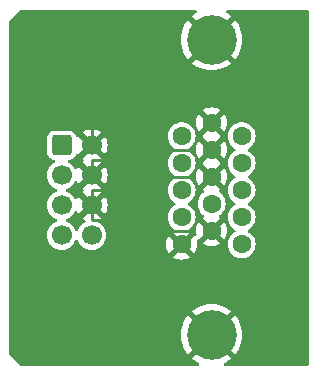
<source format=gbr>
%TF.GenerationSoftware,KiCad,Pcbnew,7.0.6*%
%TF.CreationDate,2023-09-09T11:26:50-04:00*%
%TF.ProjectId,AppleVGA-Connector,4170706c-6556-4474-912d-436f6e6e6563,A*%
%TF.SameCoordinates,Original*%
%TF.FileFunction,Copper,L2,Bot*%
%TF.FilePolarity,Positive*%
%FSLAX46Y46*%
G04 Gerber Fmt 4.6, Leading zero omitted, Abs format (unit mm)*
G04 Created by KiCad (PCBNEW 7.0.6) date 2023-09-09 11:26:50*
%MOMM*%
%LPD*%
G01*
G04 APERTURE LIST*
G04 Aperture macros list*
%AMRoundRect*
0 Rectangle with rounded corners*
0 $1 Rounding radius*
0 $2 $3 $4 $5 $6 $7 $8 $9 X,Y pos of 4 corners*
0 Add a 4 corners polygon primitive as box body*
4,1,4,$2,$3,$4,$5,$6,$7,$8,$9,$2,$3,0*
0 Add four circle primitives for the rounded corners*
1,1,$1+$1,$2,$3*
1,1,$1+$1,$4,$5*
1,1,$1+$1,$6,$7*
1,1,$1+$1,$8,$9*
0 Add four rect primitives between the rounded corners*
20,1,$1+$1,$2,$3,$4,$5,0*
20,1,$1+$1,$4,$5,$6,$7,0*
20,1,$1+$1,$6,$7,$8,$9,0*
20,1,$1+$1,$8,$9,$2,$3,0*%
G04 Aperture macros list end*
%TA.AperFunction,ComponentPad*%
%ADD10C,4.200000*%
%TD*%
%TA.AperFunction,ComponentPad*%
%ADD11C,1.600000*%
%TD*%
%TA.AperFunction,ComponentPad*%
%ADD12RoundRect,0.250000X-0.600000X-0.600000X0.600000X-0.600000X0.600000X0.600000X-0.600000X0.600000X0*%
%TD*%
%TA.AperFunction,ComponentPad*%
%ADD13C,1.700000*%
%TD*%
%TA.AperFunction,Conductor*%
%ADD14C,0.254000*%
%TD*%
G04 APERTURE END LIST*
D10*
%TO.P,J2,0*%
%TO.N,/GND*%
X144780000Y-116386000D03*
X144780000Y-91386000D03*
D11*
%TO.P,J2,1*%
%TO.N,R*%
X142240000Y-99568000D03*
%TO.P,J2,2*%
%TO.N,G*%
X142240000Y-101854000D03*
%TO.P,J2,3*%
%TO.N,B*%
X142240000Y-104140000D03*
%TO.P,J2,4*%
%TO.N,unconnected-(J2-Pad4)*%
X142240000Y-106426000D03*
%TO.P,J2,5*%
%TO.N,/GND*%
X142240000Y-108712000D03*
%TO.P,J2,6*%
X144780000Y-98425000D03*
%TO.P,J2,7*%
X144780000Y-100711000D03*
%TO.P,J2,8*%
X144780000Y-102997000D03*
%TO.P,J2,9*%
%TO.N,unconnected-(J2-Pad9)*%
X144780000Y-105283000D03*
%TO.P,J2,10*%
%TO.N,/GND*%
X144780000Y-107569000D03*
%TO.P,J2,11*%
%TO.N,unconnected-(J2-Pad11)*%
X147320000Y-99568000D03*
%TO.P,J2,12*%
%TO.N,unconnected-(J2-Pad12)*%
X147320000Y-101854000D03*
%TO.P,J2,13*%
%TO.N,HSYNC*%
X147320000Y-104140000D03*
%TO.P,J2,14*%
%TO.N,VSYNC*%
X147320000Y-106426000D03*
%TO.P,J2,15*%
%TO.N,unconnected-(J2-Pad15)*%
X147320000Y-108712000D03*
%TD*%
D12*
%TO.P,J1,1,Pin_1*%
%TO.N,R*%
X132080000Y-100330000D03*
D13*
%TO.P,J1,2,Pin_2*%
%TO.N,/GND*%
X134620000Y-100330000D03*
%TO.P,J1,3,Pin_3*%
%TO.N,G*%
X132080000Y-102870000D03*
%TO.P,J1,4,Pin_4*%
%TO.N,/GND*%
X134620000Y-102870000D03*
%TO.P,J1,5,Pin_5*%
%TO.N,B*%
X132080000Y-105410000D03*
%TO.P,J1,6,Pin_6*%
%TO.N,/GND*%
X134620000Y-105410000D03*
%TO.P,J1,7,Pin_7*%
%TO.N,HSYNC*%
X132080000Y-107950000D03*
%TO.P,J1,8,Pin_8*%
%TO.N,VSYNC*%
X134620000Y-107950000D03*
%TD*%
D14*
%TO.N,/GND*%
X143281400Y-100711000D02*
X141227200Y-100711000D01*
X140185800Y-104140000D02*
X141328800Y-102997000D01*
X141328800Y-102997000D02*
X143256000Y-102997000D01*
X134620000Y-105410000D02*
X134620000Y-106680000D01*
X141122500Y-100815700D02*
X141119300Y-100815700D01*
X141274800Y-107569000D02*
X143256000Y-107569000D01*
X140335000Y-99568000D02*
X138303000Y-99568000D01*
X137160000Y-98425000D02*
X135128000Y-98425000D01*
X142367000Y-97536000D02*
X140335000Y-99568000D01*
X143891000Y-97536000D02*
X142367000Y-97536000D01*
X140385800Y-106680000D02*
X141274800Y-107569000D01*
X134620000Y-98933000D02*
X134620000Y-100330000D01*
X141119300Y-100815700D02*
X140081000Y-101854000D01*
X134620000Y-104140000D02*
X140185800Y-104140000D01*
X137668000Y-101854000D02*
X137414000Y-101600000D01*
X134620000Y-101600000D02*
X134620000Y-102870000D01*
X135128000Y-98425000D02*
X134620000Y-98933000D01*
X138303000Y-99568000D02*
X137160000Y-98425000D01*
X134620000Y-105410000D02*
X134620000Y-104140000D01*
X144780000Y-98425000D02*
X143891000Y-97536000D01*
X137414000Y-101600000D02*
X134620000Y-101600000D01*
X141227200Y-100711000D02*
X141122500Y-100815700D01*
X140081000Y-101854000D02*
X137668000Y-101854000D01*
X134620000Y-106680000D02*
X140385800Y-106680000D01*
%TD*%
%TA.AperFunction,Conductor*%
%TO.N,/GND*%
G36*
X134160507Y-105619844D02*
G01*
X134238239Y-105740798D01*
X134346900Y-105834952D01*
X134477685Y-105894680D01*
X134487466Y-105896086D01*
X133858625Y-106524925D01*
X133942421Y-106583599D01*
X134048345Y-106632993D01*
X134100784Y-106679165D01*
X134119936Y-106746359D01*
X134099720Y-106813240D01*
X134048345Y-106857757D01*
X134001898Y-106879415D01*
X134001896Y-106879416D01*
X133825387Y-107003009D01*
X133825381Y-107003014D01*
X133673014Y-107155381D01*
X133673009Y-107155387D01*
X133549416Y-107331896D01*
X133549415Y-107331898D01*
X133462381Y-107518542D01*
X133416208Y-107570981D01*
X133349015Y-107590133D01*
X133282134Y-107569917D01*
X133237617Y-107518541D01*
X133236245Y-107515599D01*
X133150584Y-107331898D01*
X133104730Y-107266412D01*
X133026990Y-107155387D01*
X133026985Y-107155381D01*
X132874618Y-107003014D01*
X132874612Y-107003009D01*
X132698103Y-106879416D01*
X132698101Y-106879415D01*
X132511457Y-106792381D01*
X132459018Y-106746208D01*
X132439866Y-106679015D01*
X132460082Y-106612134D01*
X132511455Y-106567619D01*
X132698102Y-106480584D01*
X132874617Y-106356987D01*
X133026987Y-106204617D01*
X133150584Y-106028102D01*
X133172242Y-105981655D01*
X133218412Y-105929216D01*
X133285605Y-105910063D01*
X133352487Y-105930277D01*
X133397006Y-105981654D01*
X133446400Y-106087578D01*
X133446402Y-106087583D01*
X133505072Y-106171373D01*
X133505073Y-106171373D01*
X134136923Y-105539523D01*
X134160507Y-105619844D01*
G37*
%TD.AperFunction*%
%TA.AperFunction,Conductor*%
G36*
X134160507Y-103079844D02*
G01*
X134238239Y-103200798D01*
X134346900Y-103294952D01*
X134477685Y-103354680D01*
X134487466Y-103356086D01*
X133858625Y-103984925D01*
X133935031Y-104038425D01*
X133978655Y-104093002D01*
X133985848Y-104162501D01*
X133954326Y-104224855D01*
X133935029Y-104241576D01*
X133858625Y-104295072D01*
X134487466Y-104923913D01*
X134477685Y-104925320D01*
X134346900Y-104985048D01*
X134238239Y-105079202D01*
X134160507Y-105200156D01*
X134136923Y-105280476D01*
X133505072Y-104648625D01*
X133446401Y-104732419D01*
X133397007Y-104838345D01*
X133350834Y-104890784D01*
X133283641Y-104909936D01*
X133216760Y-104889720D01*
X133172243Y-104838345D01*
X133150584Y-104791898D01*
X133150583Y-104791896D01*
X133026990Y-104615387D01*
X133026985Y-104615381D01*
X132874618Y-104463014D01*
X132874612Y-104463009D01*
X132698103Y-104339416D01*
X132698101Y-104339415D01*
X132593545Y-104290660D01*
X132511455Y-104252381D01*
X132459018Y-104206210D01*
X132439866Y-104139016D01*
X132460082Y-104072135D01*
X132511455Y-104027618D01*
X132698102Y-103940584D01*
X132874617Y-103816987D01*
X133026987Y-103664617D01*
X133150584Y-103488102D01*
X133172242Y-103441655D01*
X133218412Y-103389216D01*
X133285605Y-103370063D01*
X133352487Y-103390277D01*
X133397006Y-103441654D01*
X133446400Y-103547578D01*
X133446402Y-103547583D01*
X133505072Y-103631373D01*
X133505073Y-103631373D01*
X134136923Y-102999523D01*
X134160507Y-103079844D01*
G37*
%TD.AperFunction*%
%TA.AperFunction,Conductor*%
G36*
X134160507Y-100539844D02*
G01*
X134238239Y-100660798D01*
X134346900Y-100754952D01*
X134477685Y-100814680D01*
X134487466Y-100816086D01*
X133858625Y-101444925D01*
X133935031Y-101498425D01*
X133978655Y-101553002D01*
X133985848Y-101622501D01*
X133954326Y-101684855D01*
X133935029Y-101701576D01*
X133858625Y-101755072D01*
X134487466Y-102383913D01*
X134477685Y-102385320D01*
X134346900Y-102445048D01*
X134238239Y-102539202D01*
X134160507Y-102660156D01*
X134136923Y-102740476D01*
X133505072Y-102108625D01*
X133446401Y-102192419D01*
X133397007Y-102298345D01*
X133350834Y-102350784D01*
X133283641Y-102369936D01*
X133216760Y-102349720D01*
X133172243Y-102298345D01*
X133150584Y-102251898D01*
X133150583Y-102251896D01*
X133026990Y-102075387D01*
X133026985Y-102075381D01*
X132874618Y-101923014D01*
X132874612Y-101923009D01*
X132698103Y-101799416D01*
X132694731Y-101797844D01*
X132693495Y-101796756D01*
X132693412Y-101796708D01*
X132693421Y-101796691D01*
X132642293Y-101751670D01*
X132623143Y-101684476D01*
X132643361Y-101617595D01*
X132696527Y-101572262D01*
X132742287Y-101561558D01*
X132743779Y-101561500D01*
X132765252Y-101559809D01*
X132779574Y-101558682D01*
X132932792Y-101514168D01*
X133070127Y-101432949D01*
X133182949Y-101320127D01*
X133264168Y-101182792D01*
X133281378Y-101123554D01*
X133318984Y-101064670D01*
X133382456Y-101035463D01*
X133451643Y-101045209D01*
X133502029Y-101087027D01*
X133505072Y-101091373D01*
X133505073Y-101091373D01*
X134136922Y-100459523D01*
X134160507Y-100539844D01*
G37*
%TD.AperFunction*%
%TA.AperFunction,Conductor*%
G36*
X143488020Y-88920185D02*
G01*
X143533775Y-88972989D01*
X143543719Y-89042147D01*
X143514694Y-89105703D01*
X143485130Y-89130617D01*
X143300340Y-89242325D01*
X143300325Y-89242335D01*
X143126261Y-89378706D01*
X143126261Y-89378707D01*
X143835820Y-90088266D01*
X143645130Y-90251130D01*
X143482266Y-90441820D01*
X142772707Y-89732261D01*
X142772706Y-89732261D01*
X142636335Y-89906325D01*
X142636330Y-89906333D01*
X142473606Y-90175513D01*
X142473605Y-90175515D01*
X142344512Y-90462349D01*
X142344508Y-90462360D01*
X142250936Y-90762642D01*
X142194239Y-91072036D01*
X142175248Y-91386000D01*
X142194239Y-91699963D01*
X142250936Y-92009357D01*
X142344508Y-92309639D01*
X142344512Y-92309650D01*
X142473605Y-92596484D01*
X142473606Y-92596486D01*
X142636330Y-92865666D01*
X142636336Y-92865674D01*
X142772707Y-93039737D01*
X143482265Y-92330178D01*
X143645130Y-92520870D01*
X143835819Y-92683733D01*
X143126261Y-93393291D01*
X143126261Y-93393292D01*
X143300325Y-93529663D01*
X143300333Y-93529669D01*
X143569513Y-93692393D01*
X143569515Y-93692394D01*
X143856349Y-93821487D01*
X143856360Y-93821491D01*
X144156642Y-93915063D01*
X144466036Y-93971760D01*
X144780000Y-93990751D01*
X145093963Y-93971760D01*
X145403357Y-93915063D01*
X145703639Y-93821491D01*
X145703650Y-93821487D01*
X145990484Y-93692394D01*
X145990486Y-93692393D01*
X146259666Y-93529669D01*
X146259676Y-93529661D01*
X146433737Y-93393291D01*
X145724180Y-92683733D01*
X145914870Y-92520870D01*
X146077733Y-92330180D01*
X146787291Y-93039737D01*
X146923661Y-92865676D01*
X146923669Y-92865666D01*
X147086393Y-92596486D01*
X147086394Y-92596484D01*
X147215487Y-92309650D01*
X147215491Y-92309639D01*
X147309063Y-92009357D01*
X147365760Y-91699963D01*
X147384751Y-91386000D01*
X147365760Y-91072036D01*
X147309063Y-90762642D01*
X147215491Y-90462360D01*
X147215487Y-90462349D01*
X147086394Y-90175515D01*
X147086393Y-90175513D01*
X146923669Y-89906333D01*
X146923663Y-89906325D01*
X146787291Y-89732261D01*
X146077733Y-90441819D01*
X145914870Y-90251130D01*
X145724179Y-90088265D01*
X146433737Y-89378707D01*
X146433737Y-89378706D01*
X146259674Y-89242336D01*
X146259666Y-89242330D01*
X146074869Y-89130617D01*
X146027682Y-89079089D01*
X146015843Y-89010230D01*
X146043112Y-88945901D01*
X146100830Y-88906527D01*
X146139019Y-88900500D01*
X152910500Y-88900500D01*
X152977539Y-88920185D01*
X153023294Y-88972989D01*
X153034500Y-89024500D01*
X153034500Y-118855501D01*
X153014815Y-118922540D01*
X152962011Y-118968295D01*
X152910500Y-118979501D01*
X145930212Y-118979501D01*
X145863173Y-118959816D01*
X145817418Y-118907012D01*
X145807474Y-118837854D01*
X145836499Y-118774298D01*
X145879321Y-118742425D01*
X145990484Y-118692394D01*
X145990486Y-118692393D01*
X146259666Y-118529669D01*
X146259676Y-118529661D01*
X146433737Y-118393291D01*
X145724180Y-117683733D01*
X145914870Y-117520870D01*
X146077733Y-117330179D01*
X146787291Y-118039737D01*
X146923661Y-117865676D01*
X146923669Y-117865666D01*
X147086393Y-117596486D01*
X147086394Y-117596484D01*
X147215487Y-117309650D01*
X147215491Y-117309639D01*
X147309063Y-117009357D01*
X147365760Y-116699963D01*
X147384751Y-116386000D01*
X147365760Y-116072036D01*
X147309063Y-115762642D01*
X147215491Y-115462360D01*
X147215487Y-115462349D01*
X147086394Y-115175515D01*
X147086393Y-115175513D01*
X146923669Y-114906333D01*
X146923663Y-114906325D01*
X146787291Y-114732261D01*
X146077732Y-115441818D01*
X145914870Y-115251130D01*
X145724179Y-115088265D01*
X146433737Y-114378707D01*
X146433737Y-114378706D01*
X146259674Y-114242336D01*
X146259666Y-114242330D01*
X145990486Y-114079606D01*
X145990484Y-114079605D01*
X145703650Y-113950512D01*
X145703639Y-113950508D01*
X145403357Y-113856936D01*
X145093963Y-113800239D01*
X144780000Y-113781248D01*
X144466036Y-113800239D01*
X144156642Y-113856936D01*
X143856360Y-113950508D01*
X143856349Y-113950512D01*
X143569515Y-114079605D01*
X143569513Y-114079606D01*
X143300333Y-114242330D01*
X143300325Y-114242335D01*
X143126261Y-114378706D01*
X143126261Y-114378707D01*
X143835820Y-115088266D01*
X143645130Y-115251130D01*
X143482266Y-115441819D01*
X142772707Y-114732261D01*
X142772706Y-114732261D01*
X142636335Y-114906325D01*
X142636330Y-114906333D01*
X142473606Y-115175513D01*
X142473605Y-115175515D01*
X142344512Y-115462349D01*
X142344508Y-115462360D01*
X142250936Y-115762642D01*
X142194239Y-116072036D01*
X142175248Y-116386000D01*
X142194239Y-116699963D01*
X142250936Y-117009357D01*
X142344508Y-117309639D01*
X142344512Y-117309650D01*
X142473605Y-117596484D01*
X142473606Y-117596486D01*
X142636330Y-117865666D01*
X142636336Y-117865674D01*
X142772707Y-118039737D01*
X143482265Y-117330179D01*
X143645130Y-117520870D01*
X143835819Y-117683733D01*
X143126261Y-118393291D01*
X143126261Y-118393292D01*
X143300325Y-118529663D01*
X143300333Y-118529669D01*
X143569513Y-118692393D01*
X143569515Y-118692394D01*
X143680679Y-118742425D01*
X143733733Y-118787889D01*
X143753786Y-118854819D01*
X143734470Y-118921966D01*
X143681919Y-118968011D01*
X143629788Y-118979501D01*
X128584595Y-118979501D01*
X128517556Y-118959816D01*
X128496914Y-118943182D01*
X127671819Y-118118086D01*
X127638334Y-118056763D01*
X127635500Y-118030405D01*
X127635500Y-107950000D01*
X130843796Y-107950000D01*
X130862576Y-108164660D01*
X130862578Y-108164670D01*
X130918345Y-108372799D01*
X130918347Y-108372803D01*
X130918348Y-108372807D01*
X130952102Y-108445192D01*
X131009415Y-108568101D01*
X131009416Y-108568103D01*
X131133009Y-108744612D01*
X131133014Y-108744618D01*
X131285381Y-108896985D01*
X131285387Y-108896990D01*
X131461896Y-109020583D01*
X131461898Y-109020584D01*
X131657193Y-109111652D01*
X131865335Y-109167423D01*
X132037066Y-109182447D01*
X132079999Y-109186204D01*
X132080000Y-109186204D01*
X132080001Y-109186204D01*
X132115777Y-109183073D01*
X132294665Y-109167423D01*
X132502807Y-109111652D01*
X132698102Y-109020584D01*
X132874617Y-108896987D01*
X133026987Y-108744617D01*
X133150584Y-108568102D01*
X133237619Y-108381455D01*
X133283789Y-108329018D01*
X133350982Y-108309866D01*
X133417863Y-108330081D01*
X133462381Y-108381457D01*
X133549415Y-108568101D01*
X133549416Y-108568103D01*
X133673009Y-108744612D01*
X133673014Y-108744618D01*
X133825381Y-108896985D01*
X133825387Y-108896990D01*
X134001896Y-109020583D01*
X134001898Y-109020584D01*
X134197193Y-109111652D01*
X134405335Y-109167423D01*
X134577066Y-109182447D01*
X134619999Y-109186204D01*
X134620000Y-109186204D01*
X134620001Y-109186204D01*
X134655777Y-109183073D01*
X134834665Y-109167423D01*
X135042807Y-109111652D01*
X135238102Y-109020584D01*
X135414617Y-108896987D01*
X135566987Y-108744617D01*
X135589824Y-108712002D01*
X140935034Y-108712002D01*
X140954858Y-108938599D01*
X140954860Y-108938610D01*
X141013730Y-109158317D01*
X141013734Y-109158326D01*
X141109865Y-109364481D01*
X141109866Y-109364483D01*
X141160973Y-109437471D01*
X141160974Y-109437472D01*
X141677226Y-108921219D01*
X141715901Y-109014588D01*
X141812075Y-109139925D01*
X141937412Y-109236099D01*
X142030779Y-109274772D01*
X141514526Y-109791025D01*
X141514526Y-109791026D01*
X141587512Y-109842131D01*
X141587516Y-109842133D01*
X141793673Y-109938265D01*
X141793682Y-109938269D01*
X142013389Y-109997139D01*
X142013400Y-109997141D01*
X142239998Y-110016966D01*
X142240002Y-110016966D01*
X142466599Y-109997141D01*
X142466610Y-109997139D01*
X142686317Y-109938269D01*
X142686331Y-109938264D01*
X142892478Y-109842136D01*
X142965472Y-109791025D01*
X142449220Y-109274772D01*
X142542588Y-109236099D01*
X142667925Y-109139925D01*
X142764099Y-109014589D01*
X142802773Y-108921219D01*
X143319025Y-109437472D01*
X143370136Y-109364478D01*
X143466264Y-109158331D01*
X143466269Y-109158317D01*
X143525139Y-108938610D01*
X143525141Y-108938599D01*
X143544966Y-108712002D01*
X143544966Y-108711997D01*
X143525141Y-108485400D01*
X143525140Y-108485393D01*
X143514368Y-108445192D01*
X143516031Y-108375342D01*
X143555193Y-108317480D01*
X143619421Y-108289975D01*
X143644951Y-108289570D01*
X143700974Y-108294471D01*
X144217226Y-107778219D01*
X144255901Y-107871588D01*
X144352075Y-107996925D01*
X144477412Y-108093099D01*
X144570779Y-108131772D01*
X144054526Y-108648025D01*
X144054526Y-108648026D01*
X144127512Y-108699131D01*
X144127516Y-108699133D01*
X144333673Y-108795265D01*
X144333682Y-108795269D01*
X144553389Y-108854139D01*
X144553400Y-108854141D01*
X144779998Y-108873966D01*
X144780002Y-108873966D01*
X145006599Y-108854141D01*
X145006610Y-108854139D01*
X145226317Y-108795269D01*
X145226331Y-108795264D01*
X145404891Y-108712000D01*
X146133438Y-108712000D01*
X146153640Y-108930029D01*
X146213563Y-109140633D01*
X146213567Y-109140642D01*
X146311159Y-109336634D01*
X146311166Y-109336646D01*
X146332184Y-109364478D01*
X146443120Y-109511382D01*
X146604937Y-109658897D01*
X146791104Y-109774167D01*
X146791105Y-109774167D01*
X146791106Y-109774168D01*
X146834360Y-109790924D01*
X146995282Y-109853266D01*
X147210518Y-109893500D01*
X147210521Y-109893500D01*
X147429479Y-109893500D01*
X147429482Y-109893500D01*
X147644718Y-109853266D01*
X147848896Y-109774167D01*
X148035063Y-109658897D01*
X148196880Y-109511382D01*
X148328835Y-109336644D01*
X148426436Y-109140636D01*
X148486359Y-108930030D01*
X148506562Y-108712000D01*
X148486359Y-108493970D01*
X148426436Y-108283364D01*
X148348797Y-108127444D01*
X148328840Y-108087365D01*
X148328833Y-108087353D01*
X148305638Y-108056638D01*
X148196880Y-107912618D01*
X148035063Y-107765103D01*
X148035057Y-107765099D01*
X148035054Y-107765097D01*
X147955445Y-107715805D01*
X147888615Y-107674426D01*
X147841980Y-107622399D01*
X147830876Y-107553418D01*
X147858829Y-107489383D01*
X147888614Y-107463574D01*
X148035063Y-107372897D01*
X148196880Y-107225382D01*
X148328835Y-107050644D01*
X148426436Y-106854636D01*
X148486359Y-106644030D01*
X148506562Y-106426000D01*
X148486359Y-106207970D01*
X148426436Y-105997364D01*
X148345564Y-105834952D01*
X148328840Y-105801365D01*
X148328833Y-105801353D01*
X148283104Y-105740798D01*
X148196880Y-105626618D01*
X148035063Y-105479103D01*
X148035057Y-105479099D01*
X148035054Y-105479097D01*
X147955445Y-105429805D01*
X147888615Y-105388426D01*
X147841980Y-105336399D01*
X147830876Y-105267418D01*
X147858829Y-105203383D01*
X147888614Y-105177574D01*
X148035063Y-105086897D01*
X148196880Y-104939382D01*
X148328835Y-104764644D01*
X148426436Y-104568636D01*
X148486359Y-104358030D01*
X148506562Y-104140000D01*
X148486359Y-103921970D01*
X148426436Y-103711364D01*
X148361799Y-103581556D01*
X148328840Y-103515365D01*
X148328833Y-103515353D01*
X148305638Y-103484638D01*
X148196880Y-103340618D01*
X148035063Y-103193103D01*
X147888615Y-103102426D01*
X147841980Y-103050398D01*
X147830876Y-102981416D01*
X147858829Y-102917382D01*
X147888610Y-102891576D01*
X148035063Y-102800897D01*
X148196880Y-102653382D01*
X148328835Y-102478644D01*
X148426436Y-102282636D01*
X148486359Y-102072030D01*
X148506562Y-101854000D01*
X148486359Y-101635970D01*
X148426436Y-101425364D01*
X148331695Y-101235099D01*
X148328840Y-101229365D01*
X148328833Y-101229353D01*
X148305638Y-101198638D01*
X148196880Y-101054618D01*
X148035063Y-100907103D01*
X148035057Y-100907099D01*
X148035054Y-100907097D01*
X147955445Y-100857805D01*
X147888615Y-100816426D01*
X147841980Y-100764399D01*
X147830876Y-100695418D01*
X147858829Y-100631383D01*
X147888614Y-100605574D01*
X148035063Y-100514897D01*
X148196880Y-100367382D01*
X148328835Y-100192644D01*
X148426436Y-99996636D01*
X148486359Y-99786030D01*
X148506562Y-99568000D01*
X148486359Y-99349970D01*
X148426436Y-99139364D01*
X148331695Y-98949099D01*
X148328840Y-98943365D01*
X148328833Y-98943353D01*
X148305638Y-98912638D01*
X148196880Y-98768618D01*
X148035063Y-98621103D01*
X147848896Y-98505833D01*
X147848894Y-98505832D01*
X147848893Y-98505831D01*
X147687974Y-98443491D01*
X147644718Y-98426734D01*
X147429482Y-98386500D01*
X147210518Y-98386500D01*
X146995282Y-98426734D01*
X146995279Y-98426734D01*
X146995279Y-98426735D01*
X146791106Y-98505831D01*
X146791105Y-98505832D01*
X146604941Y-98621100D01*
X146604939Y-98621101D01*
X146604937Y-98621103D01*
X146443120Y-98768618D01*
X146421729Y-98796943D01*
X146311166Y-98943353D01*
X146311159Y-98943365D01*
X146213567Y-99139357D01*
X146213563Y-99139366D01*
X146153640Y-99349970D01*
X146133438Y-99567999D01*
X146133438Y-99568000D01*
X146153640Y-99786029D01*
X146213563Y-99996633D01*
X146213567Y-99996642D01*
X146311159Y-100192634D01*
X146311166Y-100192646D01*
X146355752Y-100251687D01*
X146443120Y-100367382D01*
X146604937Y-100514897D01*
X146751384Y-100605573D01*
X146798019Y-100657601D01*
X146809123Y-100726583D01*
X146781170Y-100790617D01*
X146751385Y-100816425D01*
X146691816Y-100853309D01*
X146604941Y-100907100D01*
X146604939Y-100907101D01*
X146604937Y-100907103D01*
X146443120Y-101054618D01*
X146435529Y-101064670D01*
X146311166Y-101229353D01*
X146311159Y-101229365D01*
X146213567Y-101425357D01*
X146213563Y-101425366D01*
X146153640Y-101635970D01*
X146133438Y-101853999D01*
X146133438Y-101854000D01*
X146153640Y-102072029D01*
X146213563Y-102282633D01*
X146213567Y-102282642D01*
X146311159Y-102478634D01*
X146311166Y-102478646D01*
X146339712Y-102516447D01*
X146443120Y-102653382D01*
X146604937Y-102800897D01*
X146751384Y-102891573D01*
X146798019Y-102943601D01*
X146809123Y-103012583D01*
X146781170Y-103076617D01*
X146751385Y-103102425D01*
X146691816Y-103139309D01*
X146604941Y-103193100D01*
X146604939Y-103193101D01*
X146604937Y-103193103D01*
X146443120Y-103340618D01*
X146432501Y-103354680D01*
X146311166Y-103515353D01*
X146311159Y-103515365D01*
X146213567Y-103711357D01*
X146213563Y-103711366D01*
X146153640Y-103921970D01*
X146133438Y-104139999D01*
X146133438Y-104140000D01*
X146153640Y-104358029D01*
X146213563Y-104568633D01*
X146213567Y-104568642D01*
X146311159Y-104764634D01*
X146311166Y-104764646D01*
X146331746Y-104791898D01*
X146443120Y-104939382D01*
X146604937Y-105086897D01*
X146751384Y-105177573D01*
X146798019Y-105229601D01*
X146809123Y-105298583D01*
X146781170Y-105362617D01*
X146751385Y-105388425D01*
X146691816Y-105425309D01*
X146604941Y-105479100D01*
X146604939Y-105479101D01*
X146604937Y-105479103D01*
X146443120Y-105626618D01*
X146421729Y-105654943D01*
X146311166Y-105801353D01*
X146311159Y-105801365D01*
X146213567Y-105997357D01*
X146213563Y-105997366D01*
X146153640Y-106207970D01*
X146133438Y-106425999D01*
X146133438Y-106426000D01*
X146153640Y-106644029D01*
X146213563Y-106854633D01*
X146213567Y-106854642D01*
X146311159Y-107050634D01*
X146311166Y-107050646D01*
X146355752Y-107109687D01*
X146443120Y-107225382D01*
X146604937Y-107372897D01*
X146751384Y-107463573D01*
X146798019Y-107515599D01*
X146809123Y-107584581D01*
X146781170Y-107648616D01*
X146751384Y-107674426D01*
X146604941Y-107765100D01*
X146604939Y-107765101D01*
X146604937Y-107765103D01*
X146443120Y-107912618D01*
X146421729Y-107940943D01*
X146311166Y-108087353D01*
X146311159Y-108087365D01*
X146213567Y-108283357D01*
X146213563Y-108283366D01*
X146153640Y-108493970D01*
X146133438Y-108711999D01*
X146133438Y-108712000D01*
X145404891Y-108712000D01*
X145432478Y-108699136D01*
X145505472Y-108648025D01*
X144989220Y-108131772D01*
X145082588Y-108093099D01*
X145207925Y-107996925D01*
X145304099Y-107871589D01*
X145342773Y-107778219D01*
X145859025Y-108294472D01*
X145910136Y-108221478D01*
X146006264Y-108015331D01*
X146006269Y-108015317D01*
X146065139Y-107795610D01*
X146065141Y-107795599D01*
X146084966Y-107569002D01*
X146084966Y-107568997D01*
X146065141Y-107342400D01*
X146065139Y-107342389D01*
X146006269Y-107122682D01*
X146006265Y-107122673D01*
X145910133Y-106916516D01*
X145910131Y-106916512D01*
X145859026Y-106843526D01*
X145859025Y-106843526D01*
X145342772Y-107359778D01*
X145304099Y-107266412D01*
X145207925Y-107141075D01*
X145082588Y-107044901D01*
X144989219Y-107006226D01*
X145505472Y-106489974D01*
X145505471Y-106489973D01*
X145457617Y-106456465D01*
X145413992Y-106401889D01*
X145406798Y-106332390D01*
X145438321Y-106270035D01*
X145463463Y-106249463D01*
X145495055Y-106229902D01*
X145495055Y-106229901D01*
X145495063Y-106229897D01*
X145656880Y-106082382D01*
X145788835Y-105907644D01*
X145886436Y-105711636D01*
X145946359Y-105501030D01*
X145966562Y-105283000D01*
X145946359Y-105064970D01*
X145886436Y-104854364D01*
X145825714Y-104732419D01*
X145788840Y-104658365D01*
X145788833Y-104658353D01*
X145765638Y-104627638D01*
X145656880Y-104483618D01*
X145495063Y-104336103D01*
X145495050Y-104336095D01*
X145463461Y-104316535D01*
X145416826Y-104264507D01*
X145405723Y-104195525D01*
X145433677Y-104131491D01*
X145457617Y-104109534D01*
X145505472Y-104076025D01*
X144989220Y-103559772D01*
X145082588Y-103521099D01*
X145207925Y-103424925D01*
X145304099Y-103299589D01*
X145342773Y-103206220D01*
X145859025Y-103722472D01*
X145910136Y-103649478D01*
X146006264Y-103443331D01*
X146006269Y-103443317D01*
X146065139Y-103223610D01*
X146065141Y-103223599D01*
X146084966Y-102997002D01*
X146084966Y-102996997D01*
X146065141Y-102770400D01*
X146065139Y-102770389D01*
X146006269Y-102550682D01*
X146006265Y-102550673D01*
X145910133Y-102344516D01*
X145910131Y-102344512D01*
X145859026Y-102271526D01*
X145859025Y-102271526D01*
X145342772Y-102787779D01*
X145304099Y-102694412D01*
X145207925Y-102569075D01*
X145082588Y-102472901D01*
X144989219Y-102434226D01*
X145505471Y-101917974D01*
X145500820Y-101864813D01*
X145500820Y-101843196D01*
X145505472Y-101790025D01*
X144989220Y-101273772D01*
X145082588Y-101235099D01*
X145207925Y-101138925D01*
X145304099Y-101013589D01*
X145342773Y-100920220D01*
X145859025Y-101436472D01*
X145910136Y-101363478D01*
X146006264Y-101157331D01*
X146006269Y-101157317D01*
X146065139Y-100937610D01*
X146065141Y-100937599D01*
X146084966Y-100711002D01*
X146084966Y-100710997D01*
X146065141Y-100484400D01*
X146065139Y-100484389D01*
X146006269Y-100264682D01*
X146006265Y-100264673D01*
X145910133Y-100058516D01*
X145910131Y-100058512D01*
X145859026Y-99985526D01*
X145859025Y-99985526D01*
X145342772Y-100501779D01*
X145304099Y-100408412D01*
X145207925Y-100283075D01*
X145082588Y-100186901D01*
X144989219Y-100148226D01*
X145505471Y-99631974D01*
X145500820Y-99578813D01*
X145500820Y-99557196D01*
X145505472Y-99504025D01*
X144989220Y-98987772D01*
X145082588Y-98949099D01*
X145207925Y-98852925D01*
X145304099Y-98727589D01*
X145342773Y-98634220D01*
X145859025Y-99150472D01*
X145910136Y-99077478D01*
X146006264Y-98871331D01*
X146006269Y-98871317D01*
X146065139Y-98651610D01*
X146065141Y-98651599D01*
X146084966Y-98425002D01*
X146084966Y-98424997D01*
X146065141Y-98198400D01*
X146065139Y-98198389D01*
X146006269Y-97978682D01*
X146006265Y-97978673D01*
X145910133Y-97772516D01*
X145910131Y-97772512D01*
X145859026Y-97699526D01*
X145859025Y-97699526D01*
X145342772Y-98215779D01*
X145304099Y-98122412D01*
X145207925Y-97997075D01*
X145082588Y-97900901D01*
X144989219Y-97862226D01*
X145505472Y-97345974D01*
X145505471Y-97345973D01*
X145432483Y-97294866D01*
X145432481Y-97294865D01*
X145226326Y-97198734D01*
X145226317Y-97198730D01*
X145006610Y-97139860D01*
X145006599Y-97139858D01*
X144780002Y-97120034D01*
X144779998Y-97120034D01*
X144553400Y-97139858D01*
X144553389Y-97139860D01*
X144333682Y-97198730D01*
X144333673Y-97198734D01*
X144127513Y-97294868D01*
X144054527Y-97345972D01*
X144054526Y-97345973D01*
X144570780Y-97862226D01*
X144477412Y-97900901D01*
X144352075Y-97997075D01*
X144255901Y-98122411D01*
X144217227Y-98215779D01*
X143700973Y-97699526D01*
X143700972Y-97699527D01*
X143649868Y-97772513D01*
X143553734Y-97978673D01*
X143553730Y-97978682D01*
X143494860Y-98198389D01*
X143494858Y-98198400D01*
X143475034Y-98424997D01*
X143475034Y-98425002D01*
X143494858Y-98651599D01*
X143494860Y-98651610D01*
X143553730Y-98871317D01*
X143553734Y-98871326D01*
X143649865Y-99077481D01*
X143649866Y-99077483D01*
X143700973Y-99150471D01*
X143700974Y-99150472D01*
X144217226Y-98634219D01*
X144255901Y-98727588D01*
X144352075Y-98852925D01*
X144477412Y-98949099D01*
X144570779Y-98987772D01*
X144054526Y-99504025D01*
X144059178Y-99557197D01*
X144059178Y-99578812D01*
X144054526Y-99631973D01*
X144570780Y-100148226D01*
X144477412Y-100186901D01*
X144352075Y-100283075D01*
X144255901Y-100408411D01*
X144217227Y-100501779D01*
X143700973Y-99985526D01*
X143700972Y-99985527D01*
X143649868Y-100058513D01*
X143553734Y-100264673D01*
X143553730Y-100264682D01*
X143494860Y-100484389D01*
X143494858Y-100484400D01*
X143475034Y-100710997D01*
X143475034Y-100711002D01*
X143494858Y-100937599D01*
X143494860Y-100937610D01*
X143553730Y-101157317D01*
X143553734Y-101157326D01*
X143649865Y-101363481D01*
X143649866Y-101363483D01*
X143700973Y-101436471D01*
X143700974Y-101436472D01*
X144217226Y-100920219D01*
X144255901Y-101013588D01*
X144352075Y-101138925D01*
X144477412Y-101235099D01*
X144570779Y-101273772D01*
X144054526Y-101790025D01*
X144059178Y-101843197D01*
X144059178Y-101864812D01*
X144054526Y-101917973D01*
X144570780Y-102434226D01*
X144477412Y-102472901D01*
X144352075Y-102569075D01*
X144255901Y-102694411D01*
X144217226Y-102787779D01*
X143700973Y-102271526D01*
X143700972Y-102271527D01*
X143649868Y-102344513D01*
X143553734Y-102550673D01*
X143553730Y-102550682D01*
X143494860Y-102770389D01*
X143494858Y-102770400D01*
X143475034Y-102996997D01*
X143475034Y-102997002D01*
X143494858Y-103223599D01*
X143494860Y-103223610D01*
X143553730Y-103443317D01*
X143553734Y-103443326D01*
X143649865Y-103649481D01*
X143649866Y-103649483D01*
X143700973Y-103722471D01*
X143700974Y-103722472D01*
X144217226Y-103206219D01*
X144255901Y-103299588D01*
X144352075Y-103424925D01*
X144477412Y-103521099D01*
X144570779Y-103559772D01*
X144054526Y-104076025D01*
X144102381Y-104109533D01*
X144146007Y-104164110D01*
X144153201Y-104233608D01*
X144121679Y-104295963D01*
X144096539Y-104316534D01*
X144064947Y-104336095D01*
X144064942Y-104336099D01*
X144064938Y-104336101D01*
X144064937Y-104336103D01*
X143925727Y-104463009D01*
X143903121Y-104483617D01*
X143771166Y-104658353D01*
X143771159Y-104658365D01*
X143673567Y-104854357D01*
X143673563Y-104854366D01*
X143613640Y-105064970D01*
X143593438Y-105282999D01*
X143593438Y-105283000D01*
X143613640Y-105501029D01*
X143673563Y-105711633D01*
X143673567Y-105711642D01*
X143771159Y-105907634D01*
X143771166Y-105907646D01*
X143815752Y-105966687D01*
X143903120Y-106082382D01*
X144064937Y-106229897D01*
X144096536Y-106249462D01*
X144143171Y-106301488D01*
X144154276Y-106370470D01*
X144126324Y-106434505D01*
X144102383Y-106456464D01*
X144054527Y-106489973D01*
X144054526Y-106489973D01*
X144570780Y-107006226D01*
X144477412Y-107044901D01*
X144352075Y-107141075D01*
X144255901Y-107266411D01*
X144217227Y-107359779D01*
X143700973Y-106843526D01*
X143700972Y-106843527D01*
X143649868Y-106916513D01*
X143553734Y-107122673D01*
X143553730Y-107122682D01*
X143494860Y-107342389D01*
X143494858Y-107342400D01*
X143475034Y-107568997D01*
X143475034Y-107569002D01*
X143494858Y-107795599D01*
X143494859Y-107795606D01*
X143505631Y-107835805D01*
X143503968Y-107905655D01*
X143464806Y-107963518D01*
X143400577Y-107991022D01*
X143375050Y-107991427D01*
X143319025Y-107986525D01*
X142802772Y-108502778D01*
X142764099Y-108409412D01*
X142667925Y-108284075D01*
X142542588Y-108187901D01*
X142449218Y-108149226D01*
X142965472Y-107632973D01*
X142917617Y-107599465D01*
X142873992Y-107544889D01*
X142866798Y-107475390D01*
X142898321Y-107413035D01*
X142923463Y-107392463D01*
X142955055Y-107372902D01*
X142955055Y-107372901D01*
X142955063Y-107372897D01*
X143116880Y-107225382D01*
X143248835Y-107050644D01*
X143346436Y-106854636D01*
X143406359Y-106644030D01*
X143426562Y-106426000D01*
X143406359Y-106207970D01*
X143346436Y-105997364D01*
X143265564Y-105834952D01*
X143248840Y-105801365D01*
X143248833Y-105801353D01*
X143203104Y-105740798D01*
X143116880Y-105626618D01*
X142955063Y-105479103D01*
X142955057Y-105479099D01*
X142955054Y-105479097D01*
X142875445Y-105429805D01*
X142808615Y-105388426D01*
X142761980Y-105336399D01*
X142750876Y-105267418D01*
X142778829Y-105203383D01*
X142808614Y-105177574D01*
X142955063Y-105086897D01*
X143116880Y-104939382D01*
X143248835Y-104764644D01*
X143346436Y-104568636D01*
X143406359Y-104358030D01*
X143426562Y-104140000D01*
X143406359Y-103921970D01*
X143346436Y-103711364D01*
X143281799Y-103581556D01*
X143248840Y-103515365D01*
X143248833Y-103515353D01*
X143225638Y-103484638D01*
X143116880Y-103340618D01*
X142955063Y-103193103D01*
X142955057Y-103193099D01*
X142955054Y-103193097D01*
X142875445Y-103143805D01*
X142808615Y-103102426D01*
X142761980Y-103050399D01*
X142750876Y-102981418D01*
X142778829Y-102917383D01*
X142808614Y-102891574D01*
X142955063Y-102800897D01*
X143116880Y-102653382D01*
X143248835Y-102478644D01*
X143346436Y-102282636D01*
X143406359Y-102072030D01*
X143426562Y-101854000D01*
X143421358Y-101797844D01*
X143406359Y-101635970D01*
X143385170Y-101561500D01*
X143346436Y-101425364D01*
X143251695Y-101235099D01*
X143248840Y-101229365D01*
X143248833Y-101229353D01*
X143225638Y-101198638D01*
X143116880Y-101054618D01*
X142955063Y-100907103D01*
X142955057Y-100907099D01*
X142955054Y-100907097D01*
X142875445Y-100857805D01*
X142808615Y-100816426D01*
X142761980Y-100764399D01*
X142750876Y-100695418D01*
X142778829Y-100631383D01*
X142808614Y-100605574D01*
X142955063Y-100514897D01*
X143116880Y-100367382D01*
X143248835Y-100192644D01*
X143346436Y-99996636D01*
X143406359Y-99786030D01*
X143426562Y-99568000D01*
X143406359Y-99349970D01*
X143346436Y-99139364D01*
X143251695Y-98949099D01*
X143248840Y-98943365D01*
X143248833Y-98943353D01*
X143225638Y-98912638D01*
X143116880Y-98768618D01*
X142955063Y-98621103D01*
X142768896Y-98505833D01*
X142768894Y-98505832D01*
X142768893Y-98505831D01*
X142607974Y-98443491D01*
X142564718Y-98426734D01*
X142349482Y-98386500D01*
X142130518Y-98386500D01*
X141915282Y-98426734D01*
X141915279Y-98426734D01*
X141915279Y-98426735D01*
X141711106Y-98505831D01*
X141711105Y-98505832D01*
X141524941Y-98621100D01*
X141524939Y-98621101D01*
X141524937Y-98621103D01*
X141363120Y-98768618D01*
X141341729Y-98796943D01*
X141231166Y-98943353D01*
X141231159Y-98943365D01*
X141133567Y-99139357D01*
X141133563Y-99139366D01*
X141073640Y-99349970D01*
X141053438Y-99567999D01*
X141053438Y-99568000D01*
X141073640Y-99786029D01*
X141133563Y-99996633D01*
X141133567Y-99996642D01*
X141231159Y-100192634D01*
X141231166Y-100192646D01*
X141275752Y-100251687D01*
X141363120Y-100367382D01*
X141524937Y-100514897D01*
X141671384Y-100605573D01*
X141718019Y-100657601D01*
X141729123Y-100726583D01*
X141701170Y-100790617D01*
X141671385Y-100816425D01*
X141611816Y-100853309D01*
X141524941Y-100907100D01*
X141524939Y-100907101D01*
X141524937Y-100907103D01*
X141363120Y-101054618D01*
X141355529Y-101064670D01*
X141231166Y-101229353D01*
X141231159Y-101229365D01*
X141133567Y-101425357D01*
X141133563Y-101425366D01*
X141073640Y-101635970D01*
X141053438Y-101853999D01*
X141053438Y-101854000D01*
X141073640Y-102072029D01*
X141133563Y-102282633D01*
X141133567Y-102282642D01*
X141231159Y-102478634D01*
X141231166Y-102478646D01*
X141259712Y-102516447D01*
X141363120Y-102653382D01*
X141524937Y-102800897D01*
X141671384Y-102891573D01*
X141718019Y-102943601D01*
X141729123Y-103012583D01*
X141701170Y-103076617D01*
X141671385Y-103102425D01*
X141611816Y-103139309D01*
X141524941Y-103193100D01*
X141524939Y-103193101D01*
X141524937Y-103193103D01*
X141363120Y-103340618D01*
X141352501Y-103354680D01*
X141231166Y-103515353D01*
X141231159Y-103515365D01*
X141133567Y-103711357D01*
X141133563Y-103711366D01*
X141073640Y-103921970D01*
X141053438Y-104139999D01*
X141053438Y-104140000D01*
X141073640Y-104358029D01*
X141133563Y-104568633D01*
X141133567Y-104568642D01*
X141231159Y-104764634D01*
X141231166Y-104764646D01*
X141251746Y-104791898D01*
X141363120Y-104939382D01*
X141524937Y-105086897D01*
X141671384Y-105177573D01*
X141718019Y-105229601D01*
X141729123Y-105298583D01*
X141701170Y-105362617D01*
X141671385Y-105388425D01*
X141611816Y-105425309D01*
X141524941Y-105479100D01*
X141524939Y-105479101D01*
X141524937Y-105479103D01*
X141363120Y-105626618D01*
X141341729Y-105654943D01*
X141231166Y-105801353D01*
X141231159Y-105801365D01*
X141133567Y-105997357D01*
X141133563Y-105997366D01*
X141073640Y-106207970D01*
X141053438Y-106425999D01*
X141053438Y-106426000D01*
X141073640Y-106644029D01*
X141133563Y-106854633D01*
X141133567Y-106854642D01*
X141231159Y-107050634D01*
X141231166Y-107050646D01*
X141275751Y-107109687D01*
X141363120Y-107225382D01*
X141524937Y-107372897D01*
X141556536Y-107392462D01*
X141603171Y-107444488D01*
X141614276Y-107513470D01*
X141586324Y-107577505D01*
X141562383Y-107599464D01*
X141514526Y-107632973D01*
X142030779Y-108149227D01*
X141937412Y-108187901D01*
X141812075Y-108284075D01*
X141715901Y-108409411D01*
X141677226Y-108502779D01*
X141160973Y-107986526D01*
X141160972Y-107986527D01*
X141109868Y-108059513D01*
X141013734Y-108265673D01*
X141013730Y-108265682D01*
X140954860Y-108485389D01*
X140954858Y-108485400D01*
X140935034Y-108711997D01*
X140935034Y-108712002D01*
X135589824Y-108712002D01*
X135690584Y-108568102D01*
X135781652Y-108372807D01*
X135837423Y-108164665D01*
X135856204Y-107950000D01*
X135837423Y-107735335D01*
X135781652Y-107527193D01*
X135690584Y-107331898D01*
X135644730Y-107266412D01*
X135566990Y-107155387D01*
X135566985Y-107155381D01*
X135414618Y-107003014D01*
X135414612Y-107003009D01*
X135238103Y-106879416D01*
X135238101Y-106879415D01*
X135191655Y-106857757D01*
X135139216Y-106811584D01*
X135120064Y-106744391D01*
X135140280Y-106677510D01*
X135191656Y-106632993D01*
X135297574Y-106583602D01*
X135297582Y-106583598D01*
X135381373Y-106524926D01*
X135381373Y-106524925D01*
X134752533Y-105896086D01*
X134762315Y-105894680D01*
X134893100Y-105834952D01*
X135001761Y-105740798D01*
X135079493Y-105619844D01*
X135103077Y-105539523D01*
X135734926Y-106171373D01*
X135793598Y-106087582D01*
X135793600Y-106087578D01*
X135893429Y-105873492D01*
X135893433Y-105873483D01*
X135954567Y-105645326D01*
X135954569Y-105645315D01*
X135975157Y-105410001D01*
X135975157Y-105409998D01*
X135954569Y-105174684D01*
X135954567Y-105174673D01*
X135893433Y-104946516D01*
X135893429Y-104946507D01*
X135793600Y-104732423D01*
X135793599Y-104732421D01*
X135734925Y-104648626D01*
X135734925Y-104648625D01*
X135103076Y-105280473D01*
X135079493Y-105200156D01*
X135001761Y-105079202D01*
X134893100Y-104985048D01*
X134762315Y-104925320D01*
X134752533Y-104923913D01*
X135381373Y-104295073D01*
X135304969Y-104241576D01*
X135261344Y-104186999D01*
X135254150Y-104117501D01*
X135285672Y-104055146D01*
X135304968Y-104038425D01*
X135381373Y-103984925D01*
X134752533Y-103356086D01*
X134762315Y-103354680D01*
X134893100Y-103294952D01*
X135001761Y-103200798D01*
X135079493Y-103079844D01*
X135103076Y-102999524D01*
X135734925Y-103631373D01*
X135734926Y-103631373D01*
X135793598Y-103547582D01*
X135793600Y-103547578D01*
X135893429Y-103333492D01*
X135893433Y-103333483D01*
X135954567Y-103105326D01*
X135954569Y-103105315D01*
X135975157Y-102870001D01*
X135975157Y-102869998D01*
X135954569Y-102634684D01*
X135954567Y-102634673D01*
X135893433Y-102406516D01*
X135893429Y-102406507D01*
X135793600Y-102192423D01*
X135793599Y-102192421D01*
X135734925Y-102108626D01*
X135734925Y-102108625D01*
X135103076Y-102740475D01*
X135079493Y-102660156D01*
X135001761Y-102539202D01*
X134893100Y-102445048D01*
X134762315Y-102385320D01*
X134752533Y-102383913D01*
X135381373Y-101755073D01*
X135304969Y-101701576D01*
X135261344Y-101646999D01*
X135254150Y-101577501D01*
X135285672Y-101515146D01*
X135304968Y-101498425D01*
X135381373Y-101444925D01*
X134752533Y-100816086D01*
X134762315Y-100814680D01*
X134893100Y-100754952D01*
X135001761Y-100660798D01*
X135079493Y-100539844D01*
X135103076Y-100459524D01*
X135734925Y-101091373D01*
X135734926Y-101091373D01*
X135793598Y-101007582D01*
X135793600Y-101007578D01*
X135893429Y-100793492D01*
X135893433Y-100793483D01*
X135954567Y-100565326D01*
X135954569Y-100565315D01*
X135975157Y-100330001D01*
X135975157Y-100329998D01*
X135954569Y-100094684D01*
X135954567Y-100094673D01*
X135893433Y-99866516D01*
X135893429Y-99866507D01*
X135793600Y-99652423D01*
X135793599Y-99652421D01*
X135734925Y-99568626D01*
X135734925Y-99568625D01*
X135103076Y-100200475D01*
X135079493Y-100120156D01*
X135001761Y-99999202D01*
X134893100Y-99905048D01*
X134762315Y-99845320D01*
X134752531Y-99843913D01*
X135381373Y-99215073D01*
X135381373Y-99215072D01*
X135297583Y-99156402D01*
X135297579Y-99156400D01*
X135083492Y-99056570D01*
X135083483Y-99056566D01*
X134855326Y-98995432D01*
X134855315Y-98995430D01*
X134620002Y-98974843D01*
X134619998Y-98974843D01*
X134384684Y-98995430D01*
X134384673Y-98995432D01*
X134156516Y-99056566D01*
X134156507Y-99056570D01*
X133942419Y-99156401D01*
X133858625Y-99215072D01*
X134487466Y-99843913D01*
X134477685Y-99845320D01*
X134346900Y-99905048D01*
X134238239Y-99999202D01*
X134160507Y-100120156D01*
X134136923Y-100200474D01*
X133505073Y-99568625D01*
X133505072Y-99568626D01*
X133502029Y-99572972D01*
X133447453Y-99616597D01*
X133377954Y-99623791D01*
X133315599Y-99592269D01*
X133281378Y-99536444D01*
X133264169Y-99477212D01*
X133264167Y-99477206D01*
X133182950Y-99339875D01*
X133182949Y-99339873D01*
X133182947Y-99339871D01*
X133182944Y-99339867D01*
X133070132Y-99227055D01*
X133070124Y-99227049D01*
X132932793Y-99145832D01*
X132932787Y-99145830D01*
X132779580Y-99101319D01*
X132779569Y-99101317D01*
X132743773Y-99098500D01*
X132743770Y-99098500D01*
X131416230Y-99098500D01*
X131416227Y-99098500D01*
X131380430Y-99101317D01*
X131380419Y-99101319D01*
X131227212Y-99145830D01*
X131227206Y-99145832D01*
X131089875Y-99227049D01*
X131089867Y-99227055D01*
X130977055Y-99339867D01*
X130977049Y-99339875D01*
X130895832Y-99477206D01*
X130895830Y-99477212D01*
X130851319Y-99630419D01*
X130851317Y-99630430D01*
X130848500Y-99666227D01*
X130848500Y-100993773D01*
X130851317Y-101029569D01*
X130851319Y-101029580D01*
X130895830Y-101182787D01*
X130895832Y-101182793D01*
X130977049Y-101320124D01*
X130977055Y-101320132D01*
X131089867Y-101432944D01*
X131089871Y-101432947D01*
X131089873Y-101432949D01*
X131227208Y-101514168D01*
X131380426Y-101558682D01*
X131394196Y-101559765D01*
X131416222Y-101561500D01*
X131417713Y-101561558D01*
X131483931Y-101583851D01*
X131527584Y-101638405D01*
X131534813Y-101707900D01*
X131503323Y-101770271D01*
X131465273Y-101797841D01*
X131461904Y-101799411D01*
X131461896Y-101799416D01*
X131285387Y-101923009D01*
X131285381Y-101923014D01*
X131133014Y-102075381D01*
X131133009Y-102075387D01*
X131009416Y-102251896D01*
X131009415Y-102251898D01*
X130918349Y-102447191D01*
X130918345Y-102447200D01*
X130862578Y-102655329D01*
X130862576Y-102655339D01*
X130843796Y-102869999D01*
X130843796Y-102870000D01*
X130862576Y-103084660D01*
X130862578Y-103084670D01*
X130918345Y-103292799D01*
X130918347Y-103292803D01*
X130918348Y-103292807D01*
X130940643Y-103340618D01*
X131009415Y-103488101D01*
X131009416Y-103488103D01*
X131133009Y-103664612D01*
X131133014Y-103664618D01*
X131285381Y-103816985D01*
X131285387Y-103816990D01*
X131461896Y-103940583D01*
X131461898Y-103940584D01*
X131648542Y-104027618D01*
X131700981Y-104073790D01*
X131720133Y-104140984D01*
X131699917Y-104207865D01*
X131648542Y-104252382D01*
X131461898Y-104339415D01*
X131461896Y-104339416D01*
X131285387Y-104463009D01*
X131285381Y-104463014D01*
X131133014Y-104615381D01*
X131133009Y-104615387D01*
X131009416Y-104791896D01*
X131009415Y-104791898D01*
X130918349Y-104987191D01*
X130918345Y-104987200D01*
X130862578Y-105195329D01*
X130862576Y-105195339D01*
X130843796Y-105409999D01*
X130843796Y-105410000D01*
X130862576Y-105624660D01*
X130862578Y-105624670D01*
X130918345Y-105832799D01*
X130918347Y-105832803D01*
X130918348Y-105832807D01*
X130937316Y-105873483D01*
X131009415Y-106028101D01*
X131009416Y-106028103D01*
X131133009Y-106204612D01*
X131133014Y-106204618D01*
X131285381Y-106356985D01*
X131285387Y-106356990D01*
X131461896Y-106480583D01*
X131461898Y-106480584D01*
X131648542Y-106567618D01*
X131700981Y-106613790D01*
X131720133Y-106680984D01*
X131699917Y-106747865D01*
X131648542Y-106792382D01*
X131461898Y-106879415D01*
X131461896Y-106879416D01*
X131285387Y-107003009D01*
X131285381Y-107003014D01*
X131133014Y-107155381D01*
X131133009Y-107155387D01*
X131009416Y-107331896D01*
X131009415Y-107331898D01*
X130918349Y-107527191D01*
X130918345Y-107527200D01*
X130862578Y-107735329D01*
X130862576Y-107735339D01*
X130843796Y-107949999D01*
X130843796Y-107950000D01*
X127635500Y-107950000D01*
X127635500Y-89849594D01*
X127655185Y-89782555D01*
X127671819Y-89761913D01*
X128496913Y-88936819D01*
X128558236Y-88903334D01*
X128584594Y-88900500D01*
X143420981Y-88900500D01*
X143488020Y-88920185D01*
G37*
%TD.AperFunction*%
%TD*%
M02*

</source>
